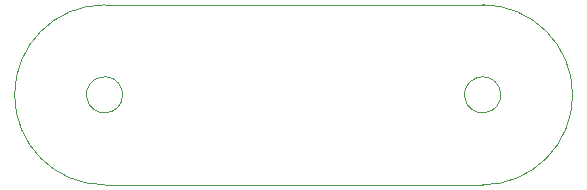
<source format=gbr>
%TF.GenerationSoftware,KiCad,Pcbnew,6.0.2+dfsg-1*%
%TF.CreationDate,2025-02-13T13:42:12+01:00*%
%TF.ProjectId,Borrador_Dise_o_VL53L0XBoard,426f7272-6164-46f7-925f-44697365f16f,rev?*%
%TF.SameCoordinates,Original*%
%TF.FileFunction,Profile,NP*%
%FSLAX46Y46*%
G04 Gerber Fmt 4.6, Leading zero omitted, Abs format (unit mm)*
G04 Created by KiCad (PCBNEW 6.0.2+dfsg-1) date 2025-02-13 13:42:12*
%MOMM*%
%LPD*%
G01*
G04 APERTURE LIST*
%TA.AperFunction,Profile*%
%ADD10C,0.100000*%
%TD*%
G04 APERTURE END LIST*
D10*
X164592000Y-98552001D02*
G75*
G03*
X164110069Y-98630208I468J-1526875D01*
G01*
X134033793Y-99594069D02*
G75*
G03*
X134112000Y-100076000I-1445793J-481932D01*
G01*
X164592000Y-107701738D02*
X158496000Y-107696000D01*
X164592000Y-107701738D02*
G75*
G03*
X164592000Y-92456000I467J7622869D01*
G01*
X134111999Y-100076000D02*
G75*
G03*
X134033792Y-99594069I-1524004J-2D01*
G01*
X132588000Y-92456000D02*
G75*
G03*
X132588000Y-107696000I0J-7620000D01*
G01*
X164110069Y-98630207D02*
G75*
G03*
X164592000Y-98552000I482398J-1448662D01*
G01*
X164592000Y-92456000D02*
X158496000Y-92456000D01*
X138684000Y-107696000D02*
X158496000Y-107696000D01*
X132588000Y-92456000D02*
X138684000Y-92456000D01*
X138684000Y-92456000D02*
X158496000Y-92456000D01*
X132588000Y-107696000D02*
X138684000Y-107696000D01*
M02*

</source>
